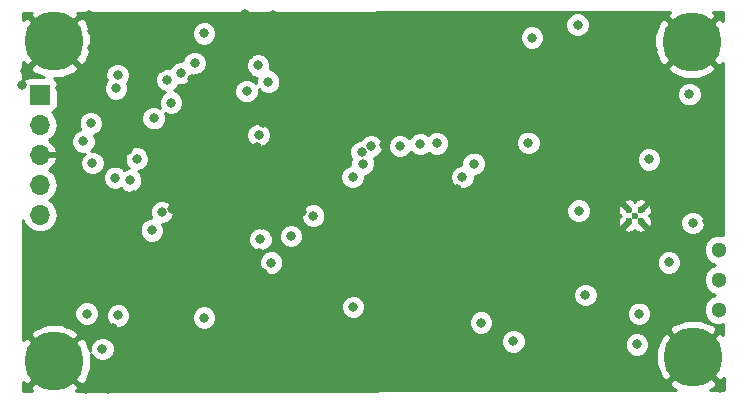
<source format=gbr>
%TF.GenerationSoftware,KiCad,Pcbnew,(5.0.2)-1*%
%TF.CreationDate,2021-04-08T12:32:06+02:00*%
%TF.ProjectId,trackerGPS,74726163-6b65-4724-9750-532e6b696361,rev?*%
%TF.SameCoordinates,Original*%
%TF.FileFunction,Copper,L2,Inr*%
%TF.FilePolarity,Positive*%
%FSLAX46Y46*%
G04 Gerber Fmt 4.6, Leading zero omitted, Abs format (unit mm)*
G04 Created by KiCad (PCBNEW (5.0.2)-1) date 08/04/2021 12:32:06*
%MOMM*%
%LPD*%
G01*
G04 APERTURE LIST*
%ADD10C,1.300000*%
%ADD11C,0.800000*%
%ADD12C,5.000000*%
%ADD13C,0.600000*%
%ADD14R,1.700000X1.700000*%
%ADD15O,1.700000X1.700000*%
%ADD16C,0.254000*%
G04 APERTURE END LIST*
D10*
X158450280Y-85791040D03*
X158450280Y-83251040D03*
X158450280Y-88331040D03*
D11*
X157586625Y-90977775D03*
X156260800Y-90428600D03*
X154934975Y-90977775D03*
X154385800Y-92303600D03*
X154934975Y-93629425D03*
X156260800Y-94178600D03*
X157586625Y-93629425D03*
X158135800Y-92303600D03*
D12*
X156260800Y-92303600D03*
X156133800Y-65659000D03*
D11*
X154258800Y-65659000D03*
X154807975Y-64333175D03*
X156133800Y-63784000D03*
X157459625Y-64333175D03*
X158008800Y-65659000D03*
X157459625Y-66984825D03*
X156133800Y-67534000D03*
X154807975Y-66984825D03*
X103510025Y-64282375D03*
X102184200Y-63733200D03*
X100858375Y-64282375D03*
X100309200Y-65608200D03*
X100858375Y-66934025D03*
X102184200Y-67483200D03*
X103510025Y-66934025D03*
X104059200Y-65608200D03*
D12*
X102184200Y-65608200D03*
X102184200Y-92659200D03*
D11*
X104059200Y-92659200D03*
X103510025Y-93985025D03*
X102184200Y-94534200D03*
X100858375Y-93985025D03*
X100309200Y-92659200D03*
X100858375Y-91333375D03*
X102184200Y-90784200D03*
X103510025Y-91333375D03*
D13*
X151331400Y-80353600D03*
X150831400Y-79853600D03*
X151831400Y-79853600D03*
X151831400Y-80853600D03*
X150831400Y-80853600D03*
D14*
X100965000Y-70129400D03*
D15*
X100965000Y-72669400D03*
X100965000Y-75209400D03*
X100965000Y-77749400D03*
X100965000Y-80289400D03*
D11*
X111294753Y-80043447D03*
X120548400Y-84330775D03*
X133172200Y-74295000D03*
X144297400Y-72440800D03*
X148513800Y-72618600D03*
X150622000Y-72517000D03*
X156006800Y-77063600D03*
X157302200Y-77597000D03*
X105689400Y-82346800D03*
X103759000Y-80568800D03*
X144424400Y-75006200D03*
X135077200Y-66624200D03*
X134645400Y-67538600D03*
X133604000Y-67919600D03*
X136296400Y-78079600D03*
X119888000Y-88519000D03*
X119888000Y-86334600D03*
X119811800Y-85217000D03*
X113309400Y-82499200D03*
X108940600Y-78613000D03*
X122072400Y-89966800D03*
X122174000Y-63779400D03*
X142290800Y-70205600D03*
X145110200Y-64363600D03*
X140208000Y-64643000D03*
X130657600Y-84201000D03*
X133807200Y-88341200D03*
X133578600Y-89408000D03*
X139090400Y-88112600D03*
X121818400Y-70358000D03*
X118592600Y-68554600D03*
X121589802Y-66268600D03*
X113563400Y-65760600D03*
X105410000Y-79070200D03*
X106781600Y-82397600D03*
X129946400Y-68605400D03*
X131318000Y-68453000D03*
X119507000Y-83489800D03*
X116357400Y-83820000D03*
X129565400Y-84023200D03*
X120548400Y-74472800D03*
X123113800Y-80060800D03*
X124333000Y-75920600D03*
X113868200Y-68757800D03*
X119786400Y-81178400D03*
X118364000Y-63296800D03*
X120675400Y-63347600D03*
X118643400Y-66725800D03*
X119380000Y-74574400D03*
X149352000Y-83007200D03*
X148005800Y-84074000D03*
X150418800Y-82829400D03*
X149580600Y-81864200D03*
X152450800Y-82804000D03*
X150799800Y-77698600D03*
X102666800Y-69570600D03*
X111218903Y-67893324D03*
X108458000Y-74803000D03*
X109245400Y-84302600D03*
X112191800Y-87731600D03*
X107365800Y-92430600D03*
X156108400Y-83007208D03*
X125780800Y-86931500D03*
X99999800Y-82943700D03*
X101498400Y-82943700D03*
X100025200Y-85750400D03*
X100025200Y-88582500D03*
X100025200Y-90131900D03*
X101409500Y-85420200D03*
X101346000Y-87376000D03*
X101358700Y-89065100D03*
X104825800Y-95008700D03*
X106705400Y-95008700D03*
X105752900Y-93802200D03*
X117360700Y-93497400D03*
X117322600Y-91452700D03*
X116255800Y-89954100D03*
X139242800Y-94284800D03*
X141808198Y-94297500D03*
X144068800Y-93154500D03*
X144056100Y-90957400D03*
X144627600Y-88671400D03*
X141973300Y-92481400D03*
X144589500Y-86487000D03*
X144627600Y-83019900D03*
X143687800Y-84594700D03*
X128046480Y-83911440D03*
X121729500Y-88214200D03*
X123728480Y-82235040D03*
X126860300Y-85686900D03*
X156083000Y-75717400D03*
X119697500Y-90868500D03*
X119888000Y-93548200D03*
X123355100Y-88887300D03*
X126733300Y-89535000D03*
X127876300Y-91160600D03*
X128549400Y-93535500D03*
X130340100Y-93510100D03*
X135559800Y-94576900D03*
X137401300Y-94640400D03*
X138391900Y-92976700D03*
X140423900Y-93243400D03*
X143992600Y-94792800D03*
X107175300Y-89865200D03*
X109715300Y-89408000D03*
X110566200Y-90360500D03*
X153670000Y-94856300D03*
X158559500Y-94970600D03*
X143459200Y-80987900D03*
X145034000Y-81051400D03*
X147840700Y-79514700D03*
X149504400Y-63538100D03*
X151472900Y-63538100D03*
X153238200Y-63538100D03*
X149504400Y-65087500D03*
X151434800Y-65138300D03*
X152869900Y-64770000D03*
X152869900Y-66294000D03*
X149453600Y-66459100D03*
X150774400Y-66522600D03*
X151879300Y-67297300D03*
X151879300Y-67297300D03*
X158389320Y-68732400D03*
X154289760Y-68742560D03*
X150474680Y-69646800D03*
X153085800Y-69596000D03*
X151841200Y-68630800D03*
X155244800Y-72156320D03*
X158582360Y-77459840D03*
X158546800Y-80416400D03*
X157480000Y-80812640D03*
X103271320Y-89514680D03*
X118165880Y-89951560D03*
X142636240Y-90464640D03*
X129499360Y-89677240D03*
X127721360Y-82224880D03*
X138861800Y-71313040D03*
X138821160Y-73690480D03*
X137297160Y-74696320D03*
X125689360Y-82042000D03*
X132527040Y-80213200D03*
X148112480Y-71043800D03*
X150098760Y-70962520D03*
X152222200Y-70962520D03*
X153949400Y-71348600D03*
X153085800Y-73146920D03*
X153014680Y-74381360D03*
X105079800Y-63383160D03*
X105374440Y-64759840D03*
X105384600Y-66192400D03*
X99725480Y-68107560D03*
X99486720Y-69336920D03*
X119776240Y-65105280D03*
X110398560Y-75173840D03*
X107149909Y-73980040D03*
X112181470Y-79781400D03*
X148396960Y-91902280D03*
X147005040Y-92176600D03*
X146979640Y-90048080D03*
X148666200Y-90124280D03*
X149971760Y-91160600D03*
X137627360Y-67243960D03*
X143824960Y-63672720D03*
X142290800Y-71927720D03*
X138760200Y-82656680D03*
X133593840Y-84521040D03*
X128391920Y-86248240D03*
X125912880Y-84129880D03*
X123525280Y-85567520D03*
X121579640Y-85658960D03*
X140589000Y-74701400D03*
X139268200Y-66629280D03*
X137581640Y-64632840D03*
X135011160Y-64927480D03*
X132648960Y-78861920D03*
X133177280Y-77403960D03*
X130093720Y-74355960D03*
X135082280Y-78719680D03*
X135087360Y-81153000D03*
X102803960Y-74604880D03*
X119506999Y-79578200D03*
X119816880Y-72491600D03*
X128463040Y-72710210D03*
X113253520Y-87589360D03*
X113223040Y-85765800D03*
X111282480Y-86685120D03*
X113207800Y-83540600D03*
X111958120Y-83591400D03*
X119999760Y-77541120D03*
X128295400Y-75971400D03*
X137693400Y-75971400D03*
X122224800Y-82092800D03*
X134569200Y-74244200D03*
X128198453Y-74960053D03*
X124104400Y-80365600D03*
X109169200Y-75539600D03*
X114858800Y-64922400D03*
X104639000Y-74079100D03*
X105410000Y-75907900D03*
X111760000Y-68859400D03*
X119430800Y-67640200D03*
X131445000Y-74472800D03*
X112064802Y-70789798D03*
X110439200Y-81610200D03*
X107581700Y-88811100D03*
X119481600Y-73533000D03*
X108610400Y-77368400D03*
X118460947Y-69819947D03*
X120294400Y-69011800D03*
X147157440Y-87081360D03*
X146481800Y-64185800D03*
X142621000Y-65278000D03*
X152527000Y-75590400D03*
X146583400Y-79933800D03*
X107538520Y-68453000D03*
X142316200Y-74193400D03*
X110591600Y-72110600D03*
X127431800Y-77089000D03*
X136728200Y-77089000D03*
X129001520Y-74472800D03*
X112941100Y-68287900D03*
X156235400Y-80975200D03*
X151688800Y-88671400D03*
X141046200Y-91008200D03*
X138303000Y-89408000D03*
X114858800Y-89001600D03*
X127482600Y-88087200D03*
X107327700Y-77152500D03*
X155956000Y-70078600D03*
X154208480Y-84322920D03*
X114071400Y-67437000D03*
X106248200Y-91643200D03*
X119634000Y-82346800D03*
X104927400Y-88646000D03*
X105270300Y-72522080D03*
X107396280Y-69585840D03*
X151495760Y-91267280D03*
D16*
G36*
X158780458Y-63876486D02*
X158369680Y-63602725D01*
X156313405Y-65659000D01*
X158369680Y-67715275D01*
X158788560Y-67436114D01*
X158821742Y-82014030D01*
X158705882Y-81966040D01*
X158194678Y-81966040D01*
X157722386Y-82161669D01*
X157360909Y-82523146D01*
X157165280Y-82995438D01*
X157165280Y-83506642D01*
X157360909Y-83978934D01*
X157722386Y-84340411D01*
X158158465Y-84521040D01*
X157722386Y-84701669D01*
X157360909Y-85063146D01*
X157165280Y-85535438D01*
X157165280Y-86046642D01*
X157360909Y-86518934D01*
X157722386Y-86880411D01*
X158158465Y-87061040D01*
X157722386Y-87241669D01*
X157360909Y-87603146D01*
X157165280Y-88075438D01*
X157165280Y-88586642D01*
X157360909Y-89058934D01*
X157722386Y-89420411D01*
X158194678Y-89616040D01*
X158705882Y-89616040D01*
X158838919Y-89560934D01*
X158841004Y-90476798D01*
X158496680Y-90247325D01*
X156440405Y-92303600D01*
X158496680Y-94359875D01*
X158849308Y-94124868D01*
X158851528Y-95100123D01*
X157698827Y-95101568D01*
X158035379Y-94962164D01*
X158317075Y-94539480D01*
X156260800Y-92483205D01*
X154204525Y-94539480D01*
X154486221Y-94962164D01*
X154831912Y-95105162D01*
X104058045Y-95168816D01*
X104240475Y-94895080D01*
X102184200Y-92838805D01*
X100127925Y-94895080D01*
X100313484Y-95173510D01*
X99541000Y-95174479D01*
X99541000Y-94444018D01*
X99948320Y-94715475D01*
X102004595Y-92659200D01*
X102363805Y-92659200D01*
X104420080Y-94715475D01*
X104842764Y-94433779D01*
X105319494Y-93281308D01*
X105318938Y-92104349D01*
X105370769Y-92229480D01*
X105661920Y-92520631D01*
X106042326Y-92678200D01*
X106454074Y-92678200D01*
X106834480Y-92520631D01*
X107125631Y-92229480D01*
X107283200Y-91849074D01*
X107283200Y-91437326D01*
X107125631Y-91056920D01*
X106871037Y-90802326D01*
X140011200Y-90802326D01*
X140011200Y-91214074D01*
X140168769Y-91594480D01*
X140459920Y-91885631D01*
X140840326Y-92043200D01*
X141252074Y-92043200D01*
X141632480Y-91885631D01*
X141923631Y-91594480D01*
X142081200Y-91214074D01*
X142081200Y-91061406D01*
X150460760Y-91061406D01*
X150460760Y-91473154D01*
X150618329Y-91853560D01*
X150909480Y-92144711D01*
X151289886Y-92302280D01*
X151701634Y-92302280D01*
X152082040Y-92144711D01*
X152373191Y-91853560D01*
X152444463Y-91681492D01*
X153125506Y-91681492D01*
X153126095Y-92928672D01*
X153602236Y-94078179D01*
X154024920Y-94359875D01*
X156081195Y-92303600D01*
X154024920Y-90247325D01*
X153602236Y-90529021D01*
X153125506Y-91681492D01*
X152444463Y-91681492D01*
X152530760Y-91473154D01*
X152530760Y-91061406D01*
X152373191Y-90681000D01*
X152082040Y-90389849D01*
X151701634Y-90232280D01*
X151289886Y-90232280D01*
X150909480Y-90389849D01*
X150618329Y-90681000D01*
X150460760Y-91061406D01*
X142081200Y-91061406D01*
X142081200Y-90802326D01*
X141923631Y-90421920D01*
X141632480Y-90130769D01*
X141480266Y-90067720D01*
X154204525Y-90067720D01*
X156260800Y-92123995D01*
X158317075Y-90067720D01*
X158035379Y-89645036D01*
X156882908Y-89168306D01*
X155635728Y-89168895D01*
X154486221Y-89645036D01*
X154204525Y-90067720D01*
X141480266Y-90067720D01*
X141252074Y-89973200D01*
X140840326Y-89973200D01*
X140459920Y-90130769D01*
X140168769Y-90421920D01*
X140011200Y-90802326D01*
X106871037Y-90802326D01*
X106834480Y-90765769D01*
X106454074Y-90608200D01*
X106042326Y-90608200D01*
X105661920Y-90765769D01*
X105370769Y-91056920D01*
X105213200Y-91437326D01*
X105213200Y-91778933D01*
X104842764Y-90884621D01*
X104420080Y-90602925D01*
X102363805Y-92659200D01*
X102004595Y-92659200D01*
X99948320Y-90602925D01*
X99541000Y-90874382D01*
X99541000Y-90423320D01*
X100127925Y-90423320D01*
X102184200Y-92479595D01*
X104240475Y-90423320D01*
X103958779Y-90000636D01*
X102806308Y-89523906D01*
X101559128Y-89524495D01*
X100409621Y-90000636D01*
X100127925Y-90423320D01*
X99541000Y-90423320D01*
X99541000Y-88440126D01*
X103892400Y-88440126D01*
X103892400Y-88851874D01*
X104049969Y-89232280D01*
X104341120Y-89523431D01*
X104721526Y-89681000D01*
X105133274Y-89681000D01*
X105513680Y-89523431D01*
X105804831Y-89232280D01*
X105962400Y-88851874D01*
X105962400Y-88605226D01*
X106546700Y-88605226D01*
X106546700Y-89016974D01*
X106704269Y-89397380D01*
X106995420Y-89688531D01*
X107375826Y-89846100D01*
X107787574Y-89846100D01*
X108167980Y-89688531D01*
X108459131Y-89397380D01*
X108616700Y-89016974D01*
X108616700Y-88795726D01*
X113823800Y-88795726D01*
X113823800Y-89207474D01*
X113981369Y-89587880D01*
X114272520Y-89879031D01*
X114652926Y-90036600D01*
X115064674Y-90036600D01*
X115445080Y-89879031D01*
X115736231Y-89587880D01*
X115893800Y-89207474D01*
X115893800Y-89202126D01*
X137268000Y-89202126D01*
X137268000Y-89613874D01*
X137425569Y-89994280D01*
X137716720Y-90285431D01*
X138097126Y-90443000D01*
X138508874Y-90443000D01*
X138889280Y-90285431D01*
X139180431Y-89994280D01*
X139338000Y-89613874D01*
X139338000Y-89202126D01*
X139180431Y-88821720D01*
X138889280Y-88530569D01*
X138732252Y-88465526D01*
X150653800Y-88465526D01*
X150653800Y-88877274D01*
X150811369Y-89257680D01*
X151102520Y-89548831D01*
X151482926Y-89706400D01*
X151894674Y-89706400D01*
X152275080Y-89548831D01*
X152566231Y-89257680D01*
X152723800Y-88877274D01*
X152723800Y-88465526D01*
X152566231Y-88085120D01*
X152275080Y-87793969D01*
X151894674Y-87636400D01*
X151482926Y-87636400D01*
X151102520Y-87793969D01*
X150811369Y-88085120D01*
X150653800Y-88465526D01*
X138732252Y-88465526D01*
X138508874Y-88373000D01*
X138097126Y-88373000D01*
X137716720Y-88530569D01*
X137425569Y-88821720D01*
X137268000Y-89202126D01*
X115893800Y-89202126D01*
X115893800Y-88795726D01*
X115736231Y-88415320D01*
X115445080Y-88124169D01*
X115064674Y-87966600D01*
X114652926Y-87966600D01*
X114272520Y-88124169D01*
X113981369Y-88415320D01*
X113823800Y-88795726D01*
X108616700Y-88795726D01*
X108616700Y-88605226D01*
X108459131Y-88224820D01*
X108167980Y-87933669D01*
X108041613Y-87881326D01*
X126447600Y-87881326D01*
X126447600Y-88293074D01*
X126605169Y-88673480D01*
X126896320Y-88964631D01*
X127276726Y-89122200D01*
X127688474Y-89122200D01*
X128068880Y-88964631D01*
X128360031Y-88673480D01*
X128517600Y-88293074D01*
X128517600Y-87881326D01*
X128360031Y-87500920D01*
X128068880Y-87209769D01*
X127688474Y-87052200D01*
X127276726Y-87052200D01*
X126896320Y-87209769D01*
X126605169Y-87500920D01*
X126447600Y-87881326D01*
X108041613Y-87881326D01*
X107787574Y-87776100D01*
X107375826Y-87776100D01*
X106995420Y-87933669D01*
X106704269Y-88224820D01*
X106546700Y-88605226D01*
X105962400Y-88605226D01*
X105962400Y-88440126D01*
X105804831Y-88059720D01*
X105513680Y-87768569D01*
X105133274Y-87611000D01*
X104721526Y-87611000D01*
X104341120Y-87768569D01*
X104049969Y-88059720D01*
X103892400Y-88440126D01*
X99541000Y-88440126D01*
X99541000Y-86875486D01*
X146122440Y-86875486D01*
X146122440Y-87287234D01*
X146280009Y-87667640D01*
X146571160Y-87958791D01*
X146951566Y-88116360D01*
X147363314Y-88116360D01*
X147743720Y-87958791D01*
X148034871Y-87667640D01*
X148192440Y-87287234D01*
X148192440Y-86875486D01*
X148034871Y-86495080D01*
X147743720Y-86203929D01*
X147363314Y-86046360D01*
X146951566Y-86046360D01*
X146571160Y-86203929D01*
X146280009Y-86495080D01*
X146122440Y-86875486D01*
X99541000Y-86875486D01*
X99541000Y-84124901D01*
X119513400Y-84124901D01*
X119513400Y-84536649D01*
X119670969Y-84917055D01*
X119962120Y-85208206D01*
X120342526Y-85365775D01*
X120754274Y-85365775D01*
X121134680Y-85208206D01*
X121425831Y-84917055D01*
X121583400Y-84536649D01*
X121583400Y-84124901D01*
X121580147Y-84117046D01*
X153173480Y-84117046D01*
X153173480Y-84528794D01*
X153331049Y-84909200D01*
X153622200Y-85200351D01*
X154002606Y-85357920D01*
X154414354Y-85357920D01*
X154794760Y-85200351D01*
X155085911Y-84909200D01*
X155243480Y-84528794D01*
X155243480Y-84117046D01*
X155085911Y-83736640D01*
X154794760Y-83445489D01*
X154414354Y-83287920D01*
X154002606Y-83287920D01*
X153622200Y-83445489D01*
X153331049Y-83736640D01*
X153173480Y-84117046D01*
X121580147Y-84117046D01*
X121425831Y-83744495D01*
X121134680Y-83453344D01*
X120754274Y-83295775D01*
X120342526Y-83295775D01*
X119962120Y-83453344D01*
X119670969Y-83744495D01*
X119513400Y-84124901D01*
X99541000Y-84124901D01*
X99541000Y-80742325D01*
X99566161Y-80868818D01*
X99894375Y-81360025D01*
X100385582Y-81688239D01*
X100818744Y-81774400D01*
X101111256Y-81774400D01*
X101544418Y-81688239D01*
X101969323Y-81404326D01*
X109404200Y-81404326D01*
X109404200Y-81816074D01*
X109561769Y-82196480D01*
X109852920Y-82487631D01*
X110233326Y-82645200D01*
X110645074Y-82645200D01*
X111025480Y-82487631D01*
X111316631Y-82196480D01*
X111339642Y-82140926D01*
X118599000Y-82140926D01*
X118599000Y-82552674D01*
X118756569Y-82933080D01*
X119047720Y-83224231D01*
X119428126Y-83381800D01*
X119839874Y-83381800D01*
X120220280Y-83224231D01*
X120511431Y-82933080D01*
X120669000Y-82552674D01*
X120669000Y-82140926D01*
X120563790Y-81886926D01*
X121189800Y-81886926D01*
X121189800Y-82298674D01*
X121347369Y-82679080D01*
X121638520Y-82970231D01*
X122018926Y-83127800D01*
X122430674Y-83127800D01*
X122811080Y-82970231D01*
X123102231Y-82679080D01*
X123259800Y-82298674D01*
X123259800Y-81886926D01*
X123102231Y-81506520D01*
X122811080Y-81215369D01*
X122430674Y-81057800D01*
X122018926Y-81057800D01*
X121638520Y-81215369D01*
X121347369Y-81506520D01*
X121189800Y-81886926D01*
X120563790Y-81886926D01*
X120511431Y-81760520D01*
X120220280Y-81469369D01*
X119839874Y-81311800D01*
X119428126Y-81311800D01*
X119047720Y-81469369D01*
X118756569Y-81760520D01*
X118599000Y-82140926D01*
X111339642Y-82140926D01*
X111474200Y-81816074D01*
X111474200Y-81404326D01*
X111339217Y-81078447D01*
X111500627Y-81078447D01*
X111881033Y-80920878D01*
X112172184Y-80629727D01*
X112329753Y-80249321D01*
X112329753Y-80159726D01*
X123069400Y-80159726D01*
X123069400Y-80571474D01*
X123226969Y-80951880D01*
X123518120Y-81243031D01*
X123898526Y-81400600D01*
X124310274Y-81400600D01*
X124690680Y-81243031D01*
X124981831Y-80951880D01*
X125139400Y-80571474D01*
X125139400Y-80159726D01*
X124981831Y-79779320D01*
X124930437Y-79727926D01*
X145548400Y-79727926D01*
X145548400Y-80139674D01*
X145705969Y-80520080D01*
X145997120Y-80811231D01*
X146377526Y-80968800D01*
X146789274Y-80968800D01*
X147169680Y-80811231D01*
X147460831Y-80520080D01*
X147618400Y-80139674D01*
X147618400Y-79756527D01*
X149883037Y-79756527D01*
X149918078Y-80126839D01*
X149992375Y-80306207D01*
X150111900Y-80313708D01*
X150151792Y-80353600D01*
X150111900Y-80393492D01*
X149992375Y-80400993D01*
X149883037Y-80756527D01*
X149918078Y-81126839D01*
X149992375Y-81306207D01*
X150186976Y-81318419D01*
X150651795Y-80853600D01*
X150637653Y-80839458D01*
X150660361Y-80816749D01*
X150686976Y-80818419D01*
X150710699Y-80794696D01*
X150734327Y-80801963D01*
X150885979Y-80787613D01*
X150902491Y-80962114D01*
X150866581Y-80998024D01*
X150868251Y-81024639D01*
X150845543Y-81047348D01*
X150831400Y-81033205D01*
X150366581Y-81498024D01*
X150378793Y-81692625D01*
X150734327Y-81801963D01*
X151104639Y-81766922D01*
X151284007Y-81692625D01*
X151291508Y-81573100D01*
X151331400Y-81533208D01*
X151371292Y-81573100D01*
X151378793Y-81692625D01*
X151734327Y-81801963D01*
X152104639Y-81766922D01*
X152284007Y-81692625D01*
X152296219Y-81498024D01*
X151831400Y-81033205D01*
X151817258Y-81047348D01*
X151794549Y-81024639D01*
X151796219Y-80998024D01*
X151772496Y-80974301D01*
X151779763Y-80950673D01*
X151765413Y-80799021D01*
X151939914Y-80782509D01*
X151975824Y-80818419D01*
X152002439Y-80816749D01*
X152025148Y-80839458D01*
X152011005Y-80853600D01*
X152475824Y-81318419D01*
X152670425Y-81306207D01*
X152779763Y-80950673D01*
X152762603Y-80769326D01*
X155200400Y-80769326D01*
X155200400Y-81181074D01*
X155357969Y-81561480D01*
X155649120Y-81852631D01*
X156029526Y-82010200D01*
X156441274Y-82010200D01*
X156821680Y-81852631D01*
X157112831Y-81561480D01*
X157270400Y-81181074D01*
X157270400Y-80769326D01*
X157112831Y-80388920D01*
X156821680Y-80097769D01*
X156441274Y-79940200D01*
X156029526Y-79940200D01*
X155649120Y-80097769D01*
X155357969Y-80388920D01*
X155200400Y-80769326D01*
X152762603Y-80769326D01*
X152744722Y-80580361D01*
X152670425Y-80400993D01*
X152550900Y-80393492D01*
X152511008Y-80353600D01*
X152550900Y-80313708D01*
X152670425Y-80306207D01*
X152779763Y-79950673D01*
X152744722Y-79580361D01*
X152670425Y-79400993D01*
X152475824Y-79388781D01*
X152011005Y-79853600D01*
X152025148Y-79867743D01*
X152002439Y-79890451D01*
X151975824Y-79888781D01*
X151952101Y-79912504D01*
X151928473Y-79905237D01*
X151776821Y-79919587D01*
X151760309Y-79745086D01*
X151796219Y-79709176D01*
X151794549Y-79682561D01*
X151817258Y-79659853D01*
X151831400Y-79673995D01*
X152296219Y-79209176D01*
X152284007Y-79014575D01*
X151928473Y-78905237D01*
X151558161Y-78940278D01*
X151378793Y-79014575D01*
X151371292Y-79134100D01*
X151331400Y-79173992D01*
X151291508Y-79134100D01*
X151284007Y-79014575D01*
X150928473Y-78905237D01*
X150558161Y-78940278D01*
X150378793Y-79014575D01*
X150366581Y-79209176D01*
X150831400Y-79673995D01*
X150845543Y-79659853D01*
X150868251Y-79682561D01*
X150866581Y-79709176D01*
X150890304Y-79732899D01*
X150883037Y-79756527D01*
X150897387Y-79908179D01*
X150722886Y-79924691D01*
X150686976Y-79888781D01*
X150660361Y-79890451D01*
X150637653Y-79867743D01*
X150651795Y-79853600D01*
X150186976Y-79388781D01*
X149992375Y-79400993D01*
X149883037Y-79756527D01*
X147618400Y-79756527D01*
X147618400Y-79727926D01*
X147460831Y-79347520D01*
X147169680Y-79056369D01*
X146789274Y-78898800D01*
X146377526Y-78898800D01*
X145997120Y-79056369D01*
X145705969Y-79347520D01*
X145548400Y-79727926D01*
X124930437Y-79727926D01*
X124690680Y-79488169D01*
X124310274Y-79330600D01*
X123898526Y-79330600D01*
X123518120Y-79488169D01*
X123226969Y-79779320D01*
X123069400Y-80159726D01*
X112329753Y-80159726D01*
X112329753Y-79837573D01*
X112172184Y-79457167D01*
X111881033Y-79166016D01*
X111500627Y-79008447D01*
X111088879Y-79008447D01*
X110708473Y-79166016D01*
X110417322Y-79457167D01*
X110259753Y-79837573D01*
X110259753Y-80249321D01*
X110394736Y-80575200D01*
X110233326Y-80575200D01*
X109852920Y-80732769D01*
X109561769Y-81023920D01*
X109404200Y-81404326D01*
X101969323Y-81404326D01*
X102035625Y-81360025D01*
X102363839Y-80868818D01*
X102479092Y-80289400D01*
X102363839Y-79709982D01*
X102035625Y-79218775D01*
X101737239Y-79019400D01*
X102035625Y-78820025D01*
X102363839Y-78328818D01*
X102479092Y-77749400D01*
X102363839Y-77169982D01*
X102214598Y-76946626D01*
X106292700Y-76946626D01*
X106292700Y-77358374D01*
X106450269Y-77738780D01*
X106741420Y-78029931D01*
X107121826Y-78187500D01*
X107533574Y-78187500D01*
X107839196Y-78060907D01*
X108024120Y-78245831D01*
X108404526Y-78403400D01*
X108816274Y-78403400D01*
X109196680Y-78245831D01*
X109487831Y-77954680D01*
X109645400Y-77574274D01*
X109645400Y-77162526D01*
X109529669Y-76883126D01*
X126396800Y-76883126D01*
X126396800Y-77294874D01*
X126554369Y-77675280D01*
X126845520Y-77966431D01*
X127225926Y-78124000D01*
X127637674Y-78124000D01*
X128018080Y-77966431D01*
X128309231Y-77675280D01*
X128466800Y-77294874D01*
X128466800Y-77006400D01*
X128501274Y-77006400D01*
X128798884Y-76883126D01*
X135693200Y-76883126D01*
X135693200Y-77294874D01*
X135850769Y-77675280D01*
X136141920Y-77966431D01*
X136522326Y-78124000D01*
X136934074Y-78124000D01*
X137314480Y-77966431D01*
X137605631Y-77675280D01*
X137763200Y-77294874D01*
X137763200Y-77006400D01*
X137899274Y-77006400D01*
X138279680Y-76848831D01*
X138570831Y-76557680D01*
X138728400Y-76177274D01*
X138728400Y-75765526D01*
X138570831Y-75385120D01*
X138570237Y-75384526D01*
X151492000Y-75384526D01*
X151492000Y-75796274D01*
X151649569Y-76176680D01*
X151940720Y-76467831D01*
X152321126Y-76625400D01*
X152732874Y-76625400D01*
X153113280Y-76467831D01*
X153404431Y-76176680D01*
X153562000Y-75796274D01*
X153562000Y-75384526D01*
X153404431Y-75004120D01*
X153113280Y-74712969D01*
X152732874Y-74555400D01*
X152321126Y-74555400D01*
X151940720Y-74712969D01*
X151649569Y-75004120D01*
X151492000Y-75384526D01*
X138570237Y-75384526D01*
X138279680Y-75093969D01*
X137899274Y-74936400D01*
X137487526Y-74936400D01*
X137107120Y-75093969D01*
X136815969Y-75385120D01*
X136658400Y-75765526D01*
X136658400Y-76054000D01*
X136522326Y-76054000D01*
X136141920Y-76211569D01*
X135850769Y-76502720D01*
X135693200Y-76883126D01*
X128798884Y-76883126D01*
X128881680Y-76848831D01*
X129172831Y-76557680D01*
X129330400Y-76177274D01*
X129330400Y-75765526D01*
X129221266Y-75502054D01*
X129587800Y-75350231D01*
X129878951Y-75059080D01*
X130036520Y-74678674D01*
X130036520Y-74266926D01*
X130410000Y-74266926D01*
X130410000Y-74678674D01*
X130567569Y-75059080D01*
X130858720Y-75350231D01*
X131239126Y-75507800D01*
X131650874Y-75507800D01*
X132031280Y-75350231D01*
X132322431Y-75059080D01*
X132366405Y-74952916D01*
X132585920Y-75172431D01*
X132966326Y-75330000D01*
X133378074Y-75330000D01*
X133758480Y-75172431D01*
X133896100Y-75034811D01*
X133982920Y-75121631D01*
X134363326Y-75279200D01*
X134775074Y-75279200D01*
X135155480Y-75121631D01*
X135446631Y-74830480D01*
X135604200Y-74450074D01*
X135604200Y-74038326D01*
X135583158Y-73987526D01*
X141281200Y-73987526D01*
X141281200Y-74399274D01*
X141438769Y-74779680D01*
X141729920Y-75070831D01*
X142110326Y-75228400D01*
X142522074Y-75228400D01*
X142902480Y-75070831D01*
X143193631Y-74779680D01*
X143351200Y-74399274D01*
X143351200Y-73987526D01*
X143193631Y-73607120D01*
X142902480Y-73315969D01*
X142522074Y-73158400D01*
X142110326Y-73158400D01*
X141729920Y-73315969D01*
X141438769Y-73607120D01*
X141281200Y-73987526D01*
X135583158Y-73987526D01*
X135446631Y-73657920D01*
X135155480Y-73366769D01*
X134775074Y-73209200D01*
X134363326Y-73209200D01*
X133982920Y-73366769D01*
X133845300Y-73504389D01*
X133758480Y-73417569D01*
X133378074Y-73260000D01*
X132966326Y-73260000D01*
X132585920Y-73417569D01*
X132294769Y-73708720D01*
X132250795Y-73814884D01*
X132031280Y-73595369D01*
X131650874Y-73437800D01*
X131239126Y-73437800D01*
X130858720Y-73595369D01*
X130567569Y-73886520D01*
X130410000Y-74266926D01*
X130036520Y-74266926D01*
X129878951Y-73886520D01*
X129587800Y-73595369D01*
X129207394Y-73437800D01*
X128795646Y-73437800D01*
X128415240Y-73595369D01*
X128124089Y-73886520D01*
X128108128Y-73925053D01*
X127992579Y-73925053D01*
X127612173Y-74082622D01*
X127321022Y-74373773D01*
X127163453Y-74754179D01*
X127163453Y-75165927D01*
X127321022Y-75546333D01*
X127342356Y-75567667D01*
X127260400Y-75765526D01*
X127260400Y-76054000D01*
X127225926Y-76054000D01*
X126845520Y-76211569D01*
X126554369Y-76502720D01*
X126396800Y-76883126D01*
X109529669Y-76883126D01*
X109487831Y-76782120D01*
X109280311Y-76574600D01*
X109375074Y-76574600D01*
X109755480Y-76417031D01*
X110046631Y-76125880D01*
X110204200Y-75745474D01*
X110204200Y-75333726D01*
X110046631Y-74953320D01*
X109755480Y-74662169D01*
X109375074Y-74504600D01*
X108963326Y-74504600D01*
X108582920Y-74662169D01*
X108291769Y-74953320D01*
X108134200Y-75333726D01*
X108134200Y-75745474D01*
X108291769Y-76125880D01*
X108499289Y-76333400D01*
X108404526Y-76333400D01*
X108098904Y-76459993D01*
X107913980Y-76275069D01*
X107533574Y-76117500D01*
X107121826Y-76117500D01*
X106741420Y-76275069D01*
X106450269Y-76566220D01*
X106292700Y-76946626D01*
X102214598Y-76946626D01*
X102035625Y-76678775D01*
X101716522Y-76465557D01*
X101846358Y-76404583D01*
X102236645Y-75976324D01*
X102406476Y-75566290D01*
X102285155Y-75336400D01*
X101092000Y-75336400D01*
X101092000Y-75356400D01*
X100838000Y-75356400D01*
X100838000Y-75336400D01*
X100818000Y-75336400D01*
X100818000Y-75082400D01*
X100838000Y-75082400D01*
X100838000Y-75062400D01*
X101092000Y-75062400D01*
X101092000Y-75082400D01*
X102285155Y-75082400D01*
X102406476Y-74852510D01*
X102236645Y-74442476D01*
X101846358Y-74014217D01*
X101716522Y-73953243D01*
X101836275Y-73873226D01*
X103604000Y-73873226D01*
X103604000Y-74284974D01*
X103761569Y-74665380D01*
X104052720Y-74956531D01*
X104433126Y-75114100D01*
X104740089Y-75114100D01*
X104532569Y-75321620D01*
X104375000Y-75702026D01*
X104375000Y-76113774D01*
X104532569Y-76494180D01*
X104823720Y-76785331D01*
X105204126Y-76942900D01*
X105615874Y-76942900D01*
X105996280Y-76785331D01*
X106287431Y-76494180D01*
X106445000Y-76113774D01*
X106445000Y-75702026D01*
X106287431Y-75321620D01*
X105996280Y-75030469D01*
X105615874Y-74872900D01*
X105308911Y-74872900D01*
X105516431Y-74665380D01*
X105674000Y-74284974D01*
X105674000Y-73873226D01*
X105533255Y-73533436D01*
X105856580Y-73399511D01*
X105928965Y-73327126D01*
X118446600Y-73327126D01*
X118446600Y-73738874D01*
X118604169Y-74119280D01*
X118895320Y-74410431D01*
X119275726Y-74568000D01*
X119687474Y-74568000D01*
X120067880Y-74410431D01*
X120359031Y-74119280D01*
X120516600Y-73738874D01*
X120516600Y-73327126D01*
X120359031Y-72946720D01*
X120067880Y-72655569D01*
X119687474Y-72498000D01*
X119275726Y-72498000D01*
X118895320Y-72655569D01*
X118604169Y-72946720D01*
X118446600Y-73327126D01*
X105928965Y-73327126D01*
X106147731Y-73108360D01*
X106305300Y-72727954D01*
X106305300Y-72316206D01*
X106147731Y-71935800D01*
X106116657Y-71904726D01*
X109556600Y-71904726D01*
X109556600Y-72316474D01*
X109714169Y-72696880D01*
X110005320Y-72988031D01*
X110385726Y-73145600D01*
X110797474Y-73145600D01*
X111177880Y-72988031D01*
X111469031Y-72696880D01*
X111626600Y-72316474D01*
X111626600Y-71904726D01*
X111538520Y-71692081D01*
X111858928Y-71824798D01*
X112270676Y-71824798D01*
X112651082Y-71667229D01*
X112942233Y-71376078D01*
X113099802Y-70995672D01*
X113099802Y-70583924D01*
X112942233Y-70203518D01*
X112651082Y-69912367D01*
X112286790Y-69761473D01*
X112346280Y-69736831D01*
X112469038Y-69614073D01*
X117425947Y-69614073D01*
X117425947Y-70025821D01*
X117583516Y-70406227D01*
X117874667Y-70697378D01*
X118255073Y-70854947D01*
X118666821Y-70854947D01*
X119047227Y-70697378D01*
X119338378Y-70406227D01*
X119495947Y-70025821D01*
X119495947Y-69677058D01*
X119708120Y-69889231D01*
X120088526Y-70046800D01*
X120500274Y-70046800D01*
X120880680Y-69889231D01*
X120897185Y-69872726D01*
X154921000Y-69872726D01*
X154921000Y-70284474D01*
X155078569Y-70664880D01*
X155369720Y-70956031D01*
X155750126Y-71113600D01*
X156161874Y-71113600D01*
X156542280Y-70956031D01*
X156833431Y-70664880D01*
X156991000Y-70284474D01*
X156991000Y-69872726D01*
X156833431Y-69492320D01*
X156542280Y-69201169D01*
X156161874Y-69043600D01*
X155750126Y-69043600D01*
X155369720Y-69201169D01*
X155078569Y-69492320D01*
X154921000Y-69872726D01*
X120897185Y-69872726D01*
X121171831Y-69598080D01*
X121329400Y-69217674D01*
X121329400Y-68805926D01*
X121171831Y-68425520D01*
X120880680Y-68134369D01*
X120500274Y-67976800D01*
X120411652Y-67976800D01*
X120445584Y-67894880D01*
X154077525Y-67894880D01*
X154359221Y-68317564D01*
X155511692Y-68794294D01*
X156758872Y-68793705D01*
X157908379Y-68317564D01*
X158190075Y-67894880D01*
X156133800Y-65838605D01*
X154077525Y-67894880D01*
X120445584Y-67894880D01*
X120465800Y-67846074D01*
X120465800Y-67434326D01*
X120308231Y-67053920D01*
X120017080Y-66762769D01*
X119636674Y-66605200D01*
X119224926Y-66605200D01*
X118844520Y-66762769D01*
X118553369Y-67053920D01*
X118395800Y-67434326D01*
X118395800Y-67846074D01*
X118553369Y-68226480D01*
X118844520Y-68517631D01*
X119224926Y-68675200D01*
X119313548Y-68675200D01*
X119259400Y-68805926D01*
X119259400Y-69154689D01*
X119047227Y-68942516D01*
X118666821Y-68784947D01*
X118255073Y-68784947D01*
X117874667Y-68942516D01*
X117583516Y-69233667D01*
X117425947Y-69614073D01*
X112469038Y-69614073D01*
X112637431Y-69445680D01*
X112695162Y-69306305D01*
X112735226Y-69322900D01*
X113146974Y-69322900D01*
X113527380Y-69165331D01*
X113818531Y-68874180D01*
X113976100Y-68493774D01*
X113976100Y-68472000D01*
X114277274Y-68472000D01*
X114657680Y-68314431D01*
X114948831Y-68023280D01*
X115106400Y-67642874D01*
X115106400Y-67231126D01*
X114948831Y-66850720D01*
X114657680Y-66559569D01*
X114277274Y-66402000D01*
X113865526Y-66402000D01*
X113485120Y-66559569D01*
X113193969Y-66850720D01*
X113036400Y-67231126D01*
X113036400Y-67252900D01*
X112735226Y-67252900D01*
X112354820Y-67410469D01*
X112063669Y-67701620D01*
X112005938Y-67840995D01*
X111965874Y-67824400D01*
X111554126Y-67824400D01*
X111173720Y-67981969D01*
X110882569Y-68273120D01*
X110725000Y-68653526D01*
X110725000Y-69065274D01*
X110882569Y-69445680D01*
X111173720Y-69736831D01*
X111538012Y-69887725D01*
X111478522Y-69912367D01*
X111187371Y-70203518D01*
X111029802Y-70583924D01*
X111029802Y-70995672D01*
X111117882Y-71208317D01*
X110797474Y-71075600D01*
X110385726Y-71075600D01*
X110005320Y-71233169D01*
X109714169Y-71524320D01*
X109556600Y-71904726D01*
X106116657Y-71904726D01*
X105856580Y-71644649D01*
X105476174Y-71487080D01*
X105064426Y-71487080D01*
X104684020Y-71644649D01*
X104392869Y-71935800D01*
X104235300Y-72316206D01*
X104235300Y-72727954D01*
X104376045Y-73067744D01*
X104052720Y-73201669D01*
X103761569Y-73492820D01*
X103604000Y-73873226D01*
X101836275Y-73873226D01*
X102035625Y-73740025D01*
X102363839Y-73248818D01*
X102479092Y-72669400D01*
X102363839Y-72089982D01*
X102035625Y-71598775D01*
X102017381Y-71586584D01*
X102062765Y-71577557D01*
X102272809Y-71437209D01*
X102413157Y-71227165D01*
X102462440Y-70979400D01*
X102462440Y-69379966D01*
X106361280Y-69379966D01*
X106361280Y-69791714D01*
X106518849Y-70172120D01*
X106810000Y-70463271D01*
X107190406Y-70620840D01*
X107602154Y-70620840D01*
X107982560Y-70463271D01*
X108273711Y-70172120D01*
X108431280Y-69791714D01*
X108431280Y-69379966D01*
X108327006Y-69128225D01*
X108415951Y-69039280D01*
X108573520Y-68658874D01*
X108573520Y-68247126D01*
X108415951Y-67866720D01*
X108124800Y-67575569D01*
X107744394Y-67418000D01*
X107332646Y-67418000D01*
X106952240Y-67575569D01*
X106661089Y-67866720D01*
X106503520Y-68247126D01*
X106503520Y-68658874D01*
X106607794Y-68910615D01*
X106518849Y-68999560D01*
X106361280Y-69379966D01*
X102462440Y-69379966D01*
X102462440Y-69279400D01*
X102413157Y-69031635D01*
X102272809Y-68821591D01*
X102155510Y-68743214D01*
X102809272Y-68742905D01*
X103958779Y-68266764D01*
X104240475Y-67844080D01*
X102184200Y-65787805D01*
X100127925Y-67844080D01*
X100409621Y-68266764D01*
X101292464Y-68631960D01*
X100115000Y-68631960D01*
X99867235Y-68681243D01*
X99657191Y-68821591D01*
X99541000Y-68995482D01*
X99541000Y-67393018D01*
X99948320Y-67664475D01*
X102004595Y-65608200D01*
X102363805Y-65608200D01*
X104420080Y-67664475D01*
X104842764Y-67382779D01*
X105319494Y-66230308D01*
X105318905Y-64983128D01*
X105208475Y-64716526D01*
X113823800Y-64716526D01*
X113823800Y-65128274D01*
X113981369Y-65508680D01*
X114272520Y-65799831D01*
X114652926Y-65957400D01*
X115064674Y-65957400D01*
X115445080Y-65799831D01*
X115736231Y-65508680D01*
X115893800Y-65128274D01*
X115893800Y-65072126D01*
X141586000Y-65072126D01*
X141586000Y-65483874D01*
X141743569Y-65864280D01*
X142034720Y-66155431D01*
X142415126Y-66313000D01*
X142826874Y-66313000D01*
X143207280Y-66155431D01*
X143498431Y-65864280D01*
X143656000Y-65483874D01*
X143656000Y-65072126D01*
X143498431Y-64691720D01*
X143207280Y-64400569D01*
X142826874Y-64243000D01*
X142415126Y-64243000D01*
X142034720Y-64400569D01*
X141743569Y-64691720D01*
X141586000Y-65072126D01*
X115893800Y-65072126D01*
X115893800Y-64716526D01*
X115736231Y-64336120D01*
X115445080Y-64044969D01*
X115288052Y-63979926D01*
X145446800Y-63979926D01*
X145446800Y-64391674D01*
X145604369Y-64772080D01*
X145895520Y-65063231D01*
X146275926Y-65220800D01*
X146687674Y-65220800D01*
X147068080Y-65063231D01*
X147094419Y-65036892D01*
X152998506Y-65036892D01*
X152999095Y-66284072D01*
X153475236Y-67433579D01*
X153897920Y-67715275D01*
X155954195Y-65659000D01*
X153897920Y-63602725D01*
X153475236Y-63884421D01*
X152998506Y-65036892D01*
X147094419Y-65036892D01*
X147359231Y-64772080D01*
X147516800Y-64391674D01*
X147516800Y-63979926D01*
X147359231Y-63599520D01*
X147068080Y-63308369D01*
X146687674Y-63150800D01*
X146275926Y-63150800D01*
X145895520Y-63308369D01*
X145604369Y-63599520D01*
X145446800Y-63979926D01*
X115288052Y-63979926D01*
X115064674Y-63887400D01*
X114652926Y-63887400D01*
X114272520Y-64044969D01*
X113981369Y-64336120D01*
X113823800Y-64716526D01*
X105208475Y-64716526D01*
X104842764Y-63833621D01*
X104420080Y-63551925D01*
X102363805Y-65608200D01*
X102004595Y-65608200D01*
X99948320Y-63551925D01*
X99541000Y-63823382D01*
X99541000Y-63167278D01*
X100265180Y-63166369D01*
X100127925Y-63372320D01*
X102184200Y-65428595D01*
X104240475Y-63372320D01*
X104100012Y-63161555D01*
X154293833Y-63098550D01*
X154077525Y-63423120D01*
X156133800Y-65479395D01*
X158190075Y-63423120D01*
X157970691Y-63093935D01*
X158778674Y-63092921D01*
X158780458Y-63876486D01*
X158780458Y-63876486D01*
G37*
X158780458Y-63876486D02*
X158369680Y-63602725D01*
X156313405Y-65659000D01*
X158369680Y-67715275D01*
X158788560Y-67436114D01*
X158821742Y-82014030D01*
X158705882Y-81966040D01*
X158194678Y-81966040D01*
X157722386Y-82161669D01*
X157360909Y-82523146D01*
X157165280Y-82995438D01*
X157165280Y-83506642D01*
X157360909Y-83978934D01*
X157722386Y-84340411D01*
X158158465Y-84521040D01*
X157722386Y-84701669D01*
X157360909Y-85063146D01*
X157165280Y-85535438D01*
X157165280Y-86046642D01*
X157360909Y-86518934D01*
X157722386Y-86880411D01*
X158158465Y-87061040D01*
X157722386Y-87241669D01*
X157360909Y-87603146D01*
X157165280Y-88075438D01*
X157165280Y-88586642D01*
X157360909Y-89058934D01*
X157722386Y-89420411D01*
X158194678Y-89616040D01*
X158705882Y-89616040D01*
X158838919Y-89560934D01*
X158841004Y-90476798D01*
X158496680Y-90247325D01*
X156440405Y-92303600D01*
X158496680Y-94359875D01*
X158849308Y-94124868D01*
X158851528Y-95100123D01*
X157698827Y-95101568D01*
X158035379Y-94962164D01*
X158317075Y-94539480D01*
X156260800Y-92483205D01*
X154204525Y-94539480D01*
X154486221Y-94962164D01*
X154831912Y-95105162D01*
X104058045Y-95168816D01*
X104240475Y-94895080D01*
X102184200Y-92838805D01*
X100127925Y-94895080D01*
X100313484Y-95173510D01*
X99541000Y-95174479D01*
X99541000Y-94444018D01*
X99948320Y-94715475D01*
X102004595Y-92659200D01*
X102363805Y-92659200D01*
X104420080Y-94715475D01*
X104842764Y-94433779D01*
X105319494Y-93281308D01*
X105318938Y-92104349D01*
X105370769Y-92229480D01*
X105661920Y-92520631D01*
X106042326Y-92678200D01*
X106454074Y-92678200D01*
X106834480Y-92520631D01*
X107125631Y-92229480D01*
X107283200Y-91849074D01*
X107283200Y-91437326D01*
X107125631Y-91056920D01*
X106871037Y-90802326D01*
X140011200Y-90802326D01*
X140011200Y-91214074D01*
X140168769Y-91594480D01*
X140459920Y-91885631D01*
X140840326Y-92043200D01*
X141252074Y-92043200D01*
X141632480Y-91885631D01*
X141923631Y-91594480D01*
X142081200Y-91214074D01*
X142081200Y-91061406D01*
X150460760Y-91061406D01*
X150460760Y-91473154D01*
X150618329Y-91853560D01*
X150909480Y-92144711D01*
X151289886Y-92302280D01*
X151701634Y-92302280D01*
X152082040Y-92144711D01*
X152373191Y-91853560D01*
X152444463Y-91681492D01*
X153125506Y-91681492D01*
X153126095Y-92928672D01*
X153602236Y-94078179D01*
X154024920Y-94359875D01*
X156081195Y-92303600D01*
X154024920Y-90247325D01*
X153602236Y-90529021D01*
X153125506Y-91681492D01*
X152444463Y-91681492D01*
X152530760Y-91473154D01*
X152530760Y-91061406D01*
X152373191Y-90681000D01*
X152082040Y-90389849D01*
X151701634Y-90232280D01*
X151289886Y-90232280D01*
X150909480Y-90389849D01*
X150618329Y-90681000D01*
X150460760Y-91061406D01*
X142081200Y-91061406D01*
X142081200Y-90802326D01*
X141923631Y-90421920D01*
X141632480Y-90130769D01*
X141480266Y-90067720D01*
X154204525Y-90067720D01*
X156260800Y-92123995D01*
X158317075Y-90067720D01*
X158035379Y-89645036D01*
X156882908Y-89168306D01*
X155635728Y-89168895D01*
X154486221Y-89645036D01*
X154204525Y-90067720D01*
X141480266Y-90067720D01*
X141252074Y-89973200D01*
X140840326Y-89973200D01*
X140459920Y-90130769D01*
X140168769Y-90421920D01*
X140011200Y-90802326D01*
X106871037Y-90802326D01*
X106834480Y-90765769D01*
X106454074Y-90608200D01*
X106042326Y-90608200D01*
X105661920Y-90765769D01*
X105370769Y-91056920D01*
X105213200Y-91437326D01*
X105213200Y-91778933D01*
X104842764Y-90884621D01*
X104420080Y-90602925D01*
X102363805Y-92659200D01*
X102004595Y-92659200D01*
X99948320Y-90602925D01*
X99541000Y-90874382D01*
X99541000Y-90423320D01*
X100127925Y-90423320D01*
X102184200Y-92479595D01*
X104240475Y-90423320D01*
X103958779Y-90000636D01*
X102806308Y-89523906D01*
X101559128Y-89524495D01*
X100409621Y-90000636D01*
X100127925Y-90423320D01*
X99541000Y-90423320D01*
X99541000Y-88440126D01*
X103892400Y-88440126D01*
X103892400Y-88851874D01*
X104049969Y-89232280D01*
X104341120Y-89523431D01*
X104721526Y-89681000D01*
X105133274Y-89681000D01*
X105513680Y-89523431D01*
X105804831Y-89232280D01*
X105962400Y-88851874D01*
X105962400Y-88605226D01*
X106546700Y-88605226D01*
X106546700Y-89016974D01*
X106704269Y-89397380D01*
X106995420Y-89688531D01*
X107375826Y-89846100D01*
X107787574Y-89846100D01*
X108167980Y-89688531D01*
X108459131Y-89397380D01*
X108616700Y-89016974D01*
X108616700Y-88795726D01*
X113823800Y-88795726D01*
X113823800Y-89207474D01*
X113981369Y-89587880D01*
X114272520Y-89879031D01*
X114652926Y-90036600D01*
X115064674Y-90036600D01*
X115445080Y-89879031D01*
X115736231Y-89587880D01*
X115893800Y-89207474D01*
X115893800Y-89202126D01*
X137268000Y-89202126D01*
X137268000Y-89613874D01*
X137425569Y-89994280D01*
X137716720Y-90285431D01*
X138097126Y-90443000D01*
X138508874Y-90443000D01*
X138889280Y-90285431D01*
X139180431Y-89994280D01*
X139338000Y-89613874D01*
X139338000Y-89202126D01*
X139180431Y-88821720D01*
X138889280Y-88530569D01*
X138732252Y-88465526D01*
X150653800Y-88465526D01*
X150653800Y-88877274D01*
X150811369Y-89257680D01*
X151102520Y-89548831D01*
X151482926Y-89706400D01*
X151894674Y-89706400D01*
X152275080Y-89548831D01*
X152566231Y-89257680D01*
X152723800Y-88877274D01*
X152723800Y-88465526D01*
X152566231Y-88085120D01*
X152275080Y-87793969D01*
X151894674Y-87636400D01*
X151482926Y-87636400D01*
X151102520Y-87793969D01*
X150811369Y-88085120D01*
X150653800Y-88465526D01*
X138732252Y-88465526D01*
X138508874Y-88373000D01*
X138097126Y-88373000D01*
X137716720Y-88530569D01*
X137425569Y-88821720D01*
X137268000Y-89202126D01*
X115893800Y-89202126D01*
X115893800Y-88795726D01*
X115736231Y-88415320D01*
X115445080Y-88124169D01*
X115064674Y-87966600D01*
X114652926Y-87966600D01*
X114272520Y-88124169D01*
X113981369Y-88415320D01*
X113823800Y-88795726D01*
X108616700Y-88795726D01*
X108616700Y-88605226D01*
X108459131Y-88224820D01*
X108167980Y-87933669D01*
X108041613Y-87881326D01*
X126447600Y-87881326D01*
X126447600Y-88293074D01*
X126605169Y-88673480D01*
X126896320Y-88964631D01*
X127276726Y-89122200D01*
X127688474Y-89122200D01*
X128068880Y-88964631D01*
X128360031Y-88673480D01*
X128517600Y-88293074D01*
X128517600Y-87881326D01*
X128360031Y-87500920D01*
X128068880Y-87209769D01*
X127688474Y-87052200D01*
X127276726Y-87052200D01*
X126896320Y-87209769D01*
X126605169Y-87500920D01*
X126447600Y-87881326D01*
X108041613Y-87881326D01*
X107787574Y-87776100D01*
X107375826Y-87776100D01*
X106995420Y-87933669D01*
X106704269Y-88224820D01*
X106546700Y-88605226D01*
X105962400Y-88605226D01*
X105962400Y-88440126D01*
X105804831Y-88059720D01*
X105513680Y-87768569D01*
X105133274Y-87611000D01*
X104721526Y-87611000D01*
X104341120Y-87768569D01*
X104049969Y-88059720D01*
X103892400Y-88440126D01*
X99541000Y-88440126D01*
X99541000Y-86875486D01*
X146122440Y-86875486D01*
X146122440Y-87287234D01*
X146280009Y-87667640D01*
X146571160Y-87958791D01*
X146951566Y-88116360D01*
X147363314Y-88116360D01*
X147743720Y-87958791D01*
X148034871Y-87667640D01*
X148192440Y-87287234D01*
X148192440Y-86875486D01*
X148034871Y-86495080D01*
X147743720Y-86203929D01*
X147363314Y-86046360D01*
X146951566Y-86046360D01*
X146571160Y-86203929D01*
X146280009Y-86495080D01*
X146122440Y-86875486D01*
X99541000Y-86875486D01*
X99541000Y-84124901D01*
X119513400Y-84124901D01*
X119513400Y-84536649D01*
X119670969Y-84917055D01*
X119962120Y-85208206D01*
X120342526Y-85365775D01*
X120754274Y-85365775D01*
X121134680Y-85208206D01*
X121425831Y-84917055D01*
X121583400Y-84536649D01*
X121583400Y-84124901D01*
X121580147Y-84117046D01*
X153173480Y-84117046D01*
X153173480Y-84528794D01*
X153331049Y-84909200D01*
X153622200Y-85200351D01*
X154002606Y-85357920D01*
X154414354Y-85357920D01*
X154794760Y-85200351D01*
X155085911Y-84909200D01*
X155243480Y-84528794D01*
X155243480Y-84117046D01*
X155085911Y-83736640D01*
X154794760Y-83445489D01*
X154414354Y-83287920D01*
X154002606Y-83287920D01*
X153622200Y-83445489D01*
X153331049Y-83736640D01*
X153173480Y-84117046D01*
X121580147Y-84117046D01*
X121425831Y-83744495D01*
X121134680Y-83453344D01*
X120754274Y-83295775D01*
X120342526Y-83295775D01*
X119962120Y-83453344D01*
X119670969Y-83744495D01*
X119513400Y-84124901D01*
X99541000Y-84124901D01*
X99541000Y-80742325D01*
X99566161Y-80868818D01*
X99894375Y-81360025D01*
X100385582Y-81688239D01*
X100818744Y-81774400D01*
X101111256Y-81774400D01*
X101544418Y-81688239D01*
X101969323Y-81404326D01*
X109404200Y-81404326D01*
X109404200Y-81816074D01*
X109561769Y-82196480D01*
X109852920Y-82487631D01*
X110233326Y-82645200D01*
X110645074Y-82645200D01*
X111025480Y-82487631D01*
X111316631Y-82196480D01*
X111339642Y-82140926D01*
X118599000Y-82140926D01*
X118599000Y-82552674D01*
X118756569Y-82933080D01*
X119047720Y-83224231D01*
X119428126Y-83381800D01*
X119839874Y-83381800D01*
X120220280Y-83224231D01*
X120511431Y-82933080D01*
X120669000Y-82552674D01*
X120669000Y-82140926D01*
X120563790Y-81886926D01*
X121189800Y-81886926D01*
X121189800Y-82298674D01*
X121347369Y-82679080D01*
X121638520Y-82970231D01*
X122018926Y-83127800D01*
X122430674Y-83127800D01*
X122811080Y-82970231D01*
X123102231Y-82679080D01*
X123259800Y-82298674D01*
X123259800Y-81886926D01*
X123102231Y-81506520D01*
X122811080Y-81215369D01*
X122430674Y-81057800D01*
X122018926Y-81057800D01*
X121638520Y-81215369D01*
X121347369Y-81506520D01*
X121189800Y-81886926D01*
X120563790Y-81886926D01*
X120511431Y-81760520D01*
X120220280Y-81469369D01*
X119839874Y-81311800D01*
X119428126Y-81311800D01*
X119047720Y-81469369D01*
X118756569Y-81760520D01*
X118599000Y-82140926D01*
X111339642Y-82140926D01*
X111474200Y-81816074D01*
X111474200Y-81404326D01*
X111339217Y-81078447D01*
X111500627Y-81078447D01*
X111881033Y-80920878D01*
X112172184Y-80629727D01*
X112329753Y-80249321D01*
X112329753Y-80159726D01*
X123069400Y-80159726D01*
X123069400Y-80571474D01*
X123226969Y-80951880D01*
X123518120Y-81243031D01*
X123898526Y-81400600D01*
X124310274Y-81400600D01*
X124690680Y-81243031D01*
X124981831Y-80951880D01*
X125139400Y-80571474D01*
X125139400Y-80159726D01*
X124981831Y-79779320D01*
X124930437Y-79727926D01*
X145548400Y-79727926D01*
X145548400Y-80139674D01*
X145705969Y-80520080D01*
X145997120Y-80811231D01*
X146377526Y-80968800D01*
X146789274Y-80968800D01*
X147169680Y-80811231D01*
X147460831Y-80520080D01*
X147618400Y-80139674D01*
X147618400Y-79756527D01*
X149883037Y-79756527D01*
X149918078Y-80126839D01*
X149992375Y-80306207D01*
X150111900Y-80313708D01*
X150151792Y-80353600D01*
X150111900Y-80393492D01*
X149992375Y-80400993D01*
X149883037Y-80756527D01*
X149918078Y-81126839D01*
X149992375Y-81306207D01*
X150186976Y-81318419D01*
X150651795Y-80853600D01*
X150637653Y-80839458D01*
X150660361Y-80816749D01*
X150686976Y-80818419D01*
X150710699Y-80794696D01*
X150734327Y-80801963D01*
X150885979Y-80787613D01*
X150902491Y-80962114D01*
X150866581Y-80998024D01*
X150868251Y-81024639D01*
X150845543Y-81047348D01*
X150831400Y-81033205D01*
X150366581Y-81498024D01*
X150378793Y-81692625D01*
X150734327Y-81801963D01*
X151104639Y-81766922D01*
X151284007Y-81692625D01*
X151291508Y-81573100D01*
X151331400Y-81533208D01*
X151371292Y-81573100D01*
X151378793Y-81692625D01*
X151734327Y-81801963D01*
X152104639Y-81766922D01*
X152284007Y-81692625D01*
X152296219Y-81498024D01*
X151831400Y-81033205D01*
X151817258Y-81047348D01*
X151794549Y-81024639D01*
X151796219Y-80998024D01*
X151772496Y-80974301D01*
X151779763Y-80950673D01*
X151765413Y-80799021D01*
X151939914Y-80782509D01*
X151975824Y-80818419D01*
X152002439Y-80816749D01*
X152025148Y-80839458D01*
X152011005Y-80853600D01*
X152475824Y-81318419D01*
X152670425Y-81306207D01*
X152779763Y-80950673D01*
X152762603Y-80769326D01*
X155200400Y-80769326D01*
X155200400Y-81181074D01*
X155357969Y-81561480D01*
X155649120Y-81852631D01*
X156029526Y-82010200D01*
X156441274Y-82010200D01*
X156821680Y-81852631D01*
X157112831Y-81561480D01*
X157270400Y-81181074D01*
X157270400Y-80769326D01*
X157112831Y-80388920D01*
X156821680Y-80097769D01*
X156441274Y-79940200D01*
X156029526Y-79940200D01*
X155649120Y-80097769D01*
X155357969Y-80388920D01*
X155200400Y-80769326D01*
X152762603Y-80769326D01*
X152744722Y-80580361D01*
X152670425Y-80400993D01*
X152550900Y-80393492D01*
X152511008Y-80353600D01*
X152550900Y-80313708D01*
X152670425Y-80306207D01*
X152779763Y-79950673D01*
X152744722Y-79580361D01*
X152670425Y-79400993D01*
X152475824Y-79388781D01*
X152011005Y-79853600D01*
X152025148Y-79867743D01*
X152002439Y-79890451D01*
X151975824Y-79888781D01*
X151952101Y-79912504D01*
X151928473Y-79905237D01*
X151776821Y-79919587D01*
X151760309Y-79745086D01*
X151796219Y-79709176D01*
X151794549Y-79682561D01*
X151817258Y-79659853D01*
X151831400Y-79673995D01*
X152296219Y-79209176D01*
X152284007Y-79014575D01*
X151928473Y-78905237D01*
X151558161Y-78940278D01*
X151378793Y-79014575D01*
X151371292Y-79134100D01*
X151331400Y-79173992D01*
X151291508Y-79134100D01*
X151284007Y-79014575D01*
X150928473Y-78905237D01*
X150558161Y-78940278D01*
X150378793Y-79014575D01*
X150366581Y-79209176D01*
X150831400Y-79673995D01*
X150845543Y-79659853D01*
X150868251Y-79682561D01*
X150866581Y-79709176D01*
X150890304Y-79732899D01*
X150883037Y-79756527D01*
X150897387Y-79908179D01*
X150722886Y-79924691D01*
X150686976Y-79888781D01*
X150660361Y-79890451D01*
X150637653Y-79867743D01*
X150651795Y-79853600D01*
X150186976Y-79388781D01*
X149992375Y-79400993D01*
X149883037Y-79756527D01*
X147618400Y-79756527D01*
X147618400Y-79727926D01*
X147460831Y-79347520D01*
X147169680Y-79056369D01*
X146789274Y-78898800D01*
X146377526Y-78898800D01*
X145997120Y-79056369D01*
X145705969Y-79347520D01*
X145548400Y-79727926D01*
X124930437Y-79727926D01*
X124690680Y-79488169D01*
X124310274Y-79330600D01*
X123898526Y-79330600D01*
X123518120Y-79488169D01*
X123226969Y-79779320D01*
X123069400Y-80159726D01*
X112329753Y-80159726D01*
X112329753Y-79837573D01*
X112172184Y-79457167D01*
X111881033Y-79166016D01*
X111500627Y-79008447D01*
X111088879Y-79008447D01*
X110708473Y-79166016D01*
X110417322Y-79457167D01*
X110259753Y-79837573D01*
X110259753Y-80249321D01*
X110394736Y-80575200D01*
X110233326Y-80575200D01*
X109852920Y-80732769D01*
X109561769Y-81023920D01*
X109404200Y-81404326D01*
X101969323Y-81404326D01*
X102035625Y-81360025D01*
X102363839Y-80868818D01*
X102479092Y-80289400D01*
X102363839Y-79709982D01*
X102035625Y-79218775D01*
X101737239Y-79019400D01*
X102035625Y-78820025D01*
X102363839Y-78328818D01*
X102479092Y-77749400D01*
X102363839Y-77169982D01*
X102214598Y-76946626D01*
X106292700Y-76946626D01*
X106292700Y-77358374D01*
X106450269Y-77738780D01*
X106741420Y-78029931D01*
X107121826Y-78187500D01*
X107533574Y-78187500D01*
X107839196Y-78060907D01*
X108024120Y-78245831D01*
X108404526Y-78403400D01*
X108816274Y-78403400D01*
X109196680Y-78245831D01*
X109487831Y-77954680D01*
X109645400Y-77574274D01*
X109645400Y-77162526D01*
X109529669Y-76883126D01*
X126396800Y-76883126D01*
X126396800Y-77294874D01*
X126554369Y-77675280D01*
X126845520Y-77966431D01*
X127225926Y-78124000D01*
X127637674Y-78124000D01*
X128018080Y-77966431D01*
X128309231Y-77675280D01*
X128466800Y-77294874D01*
X128466800Y-77006400D01*
X128501274Y-77006400D01*
X128798884Y-76883126D01*
X135693200Y-76883126D01*
X135693200Y-77294874D01*
X135850769Y-77675280D01*
X136141920Y-77966431D01*
X136522326Y-78124000D01*
X136934074Y-78124000D01*
X137314480Y-77966431D01*
X137605631Y-77675280D01*
X137763200Y-77294874D01*
X137763200Y-77006400D01*
X137899274Y-77006400D01*
X138279680Y-76848831D01*
X138570831Y-76557680D01*
X138728400Y-76177274D01*
X138728400Y-75765526D01*
X138570831Y-75385120D01*
X138570237Y-75384526D01*
X151492000Y-75384526D01*
X151492000Y-75796274D01*
X151649569Y-76176680D01*
X151940720Y-76467831D01*
X152321126Y-76625400D01*
X152732874Y-76625400D01*
X153113280Y-76467831D01*
X153404431Y-76176680D01*
X153562000Y-75796274D01*
X153562000Y-75384526D01*
X153404431Y-75004120D01*
X153113280Y-74712969D01*
X152732874Y-74555400D01*
X152321126Y-74555400D01*
X151940720Y-74712969D01*
X151649569Y-75004120D01*
X151492000Y-75384526D01*
X138570237Y-75384526D01*
X138279680Y-75093969D01*
X137899274Y-74936400D01*
X137487526Y-74936400D01*
X137107120Y-75093969D01*
X136815969Y-75385120D01*
X136658400Y-75765526D01*
X136658400Y-76054000D01*
X136522326Y-76054000D01*
X136141920Y-76211569D01*
X135850769Y-76502720D01*
X135693200Y-76883126D01*
X128798884Y-76883126D01*
X128881680Y-76848831D01*
X129172831Y-76557680D01*
X129330400Y-76177274D01*
X129330400Y-75765526D01*
X129221266Y-75502054D01*
X129587800Y-75350231D01*
X129878951Y-75059080D01*
X130036520Y-74678674D01*
X130036520Y-74266926D01*
X130410000Y-74266926D01*
X130410000Y-74678674D01*
X130567569Y-75059080D01*
X130858720Y-75350231D01*
X131239126Y-75507800D01*
X131650874Y-75507800D01*
X132031280Y-75350231D01*
X132322431Y-75059080D01*
X132366405Y-74952916D01*
X132585920Y-75172431D01*
X132966326Y-75330000D01*
X133378074Y-75330000D01*
X133758480Y-75172431D01*
X133896100Y-75034811D01*
X133982920Y-75121631D01*
X134363326Y-75279200D01*
X134775074Y-75279200D01*
X135155480Y-75121631D01*
X135446631Y-74830480D01*
X135604200Y-74450074D01*
X135604200Y-74038326D01*
X135583158Y-73987526D01*
X141281200Y-73987526D01*
X141281200Y-74399274D01*
X141438769Y-74779680D01*
X141729920Y-75070831D01*
X142110326Y-75228400D01*
X142522074Y-75228400D01*
X142902480Y-75070831D01*
X143193631Y-74779680D01*
X143351200Y-74399274D01*
X143351200Y-73987526D01*
X143193631Y-73607120D01*
X142902480Y-73315969D01*
X142522074Y-73158400D01*
X142110326Y-73158400D01*
X141729920Y-73315969D01*
X141438769Y-73607120D01*
X141281200Y-73987526D01*
X135583158Y-73987526D01*
X135446631Y-73657920D01*
X135155480Y-73366769D01*
X134775074Y-73209200D01*
X134363326Y-73209200D01*
X133982920Y-73366769D01*
X133845300Y-73504389D01*
X133758480Y-73417569D01*
X133378074Y-73260000D01*
X132966326Y-73260000D01*
X132585920Y-73417569D01*
X132294769Y-73708720D01*
X132250795Y-73814884D01*
X132031280Y-73595369D01*
X131650874Y-73437800D01*
X131239126Y-73437800D01*
X130858720Y-73595369D01*
X130567569Y-73886520D01*
X130410000Y-74266926D01*
X130036520Y-74266926D01*
X129878951Y-73886520D01*
X129587800Y-73595369D01*
X129207394Y-73437800D01*
X128795646Y-73437800D01*
X128415240Y-73595369D01*
X128124089Y-73886520D01*
X128108128Y-73925053D01*
X127992579Y-73925053D01*
X127612173Y-74082622D01*
X127321022Y-74373773D01*
X127163453Y-74754179D01*
X127163453Y-75165927D01*
X127321022Y-75546333D01*
X127342356Y-75567667D01*
X127260400Y-75765526D01*
X127260400Y-76054000D01*
X127225926Y-76054000D01*
X126845520Y-76211569D01*
X126554369Y-76502720D01*
X126396800Y-76883126D01*
X109529669Y-76883126D01*
X109487831Y-76782120D01*
X109280311Y-76574600D01*
X109375074Y-76574600D01*
X109755480Y-76417031D01*
X110046631Y-76125880D01*
X110204200Y-75745474D01*
X110204200Y-75333726D01*
X110046631Y-74953320D01*
X109755480Y-74662169D01*
X109375074Y-74504600D01*
X108963326Y-74504600D01*
X108582920Y-74662169D01*
X108291769Y-74953320D01*
X108134200Y-75333726D01*
X108134200Y-75745474D01*
X108291769Y-76125880D01*
X108499289Y-76333400D01*
X108404526Y-76333400D01*
X108098904Y-76459993D01*
X107913980Y-76275069D01*
X107533574Y-76117500D01*
X107121826Y-76117500D01*
X106741420Y-76275069D01*
X106450269Y-76566220D01*
X106292700Y-76946626D01*
X102214598Y-76946626D01*
X102035625Y-76678775D01*
X101716522Y-76465557D01*
X101846358Y-76404583D01*
X102236645Y-75976324D01*
X102406476Y-75566290D01*
X102285155Y-75336400D01*
X101092000Y-75336400D01*
X101092000Y-75356400D01*
X100838000Y-75356400D01*
X100838000Y-75336400D01*
X100818000Y-75336400D01*
X100818000Y-75082400D01*
X100838000Y-75082400D01*
X100838000Y-75062400D01*
X101092000Y-75062400D01*
X101092000Y-75082400D01*
X102285155Y-75082400D01*
X102406476Y-74852510D01*
X102236645Y-74442476D01*
X101846358Y-74014217D01*
X101716522Y-73953243D01*
X101836275Y-73873226D01*
X103604000Y-73873226D01*
X103604000Y-74284974D01*
X103761569Y-74665380D01*
X104052720Y-74956531D01*
X104433126Y-75114100D01*
X104740089Y-75114100D01*
X104532569Y-75321620D01*
X104375000Y-75702026D01*
X104375000Y-76113774D01*
X104532569Y-76494180D01*
X104823720Y-76785331D01*
X105204126Y-76942900D01*
X105615874Y-76942900D01*
X105996280Y-76785331D01*
X106287431Y-76494180D01*
X106445000Y-76113774D01*
X106445000Y-75702026D01*
X106287431Y-75321620D01*
X105996280Y-75030469D01*
X105615874Y-74872900D01*
X105308911Y-74872900D01*
X105516431Y-74665380D01*
X105674000Y-74284974D01*
X105674000Y-73873226D01*
X105533255Y-73533436D01*
X105856580Y-73399511D01*
X105928965Y-73327126D01*
X118446600Y-73327126D01*
X118446600Y-73738874D01*
X118604169Y-74119280D01*
X118895320Y-74410431D01*
X119275726Y-74568000D01*
X119687474Y-74568000D01*
X120067880Y-74410431D01*
X120359031Y-74119280D01*
X120516600Y-73738874D01*
X120516600Y-73327126D01*
X120359031Y-72946720D01*
X120067880Y-72655569D01*
X119687474Y-72498000D01*
X119275726Y-72498000D01*
X118895320Y-72655569D01*
X118604169Y-72946720D01*
X118446600Y-73327126D01*
X105928965Y-73327126D01*
X106147731Y-73108360D01*
X106305300Y-72727954D01*
X106305300Y-72316206D01*
X106147731Y-71935800D01*
X106116657Y-71904726D01*
X109556600Y-71904726D01*
X109556600Y-72316474D01*
X109714169Y-72696880D01*
X110005320Y-72988031D01*
X110385726Y-73145600D01*
X110797474Y-73145600D01*
X111177880Y-72988031D01*
X111469031Y-72696880D01*
X111626600Y-72316474D01*
X111626600Y-71904726D01*
X111538520Y-71692081D01*
X111858928Y-71824798D01*
X112270676Y-71824798D01*
X112651082Y-71667229D01*
X112942233Y-71376078D01*
X113099802Y-70995672D01*
X113099802Y-70583924D01*
X112942233Y-70203518D01*
X112651082Y-69912367D01*
X112286790Y-69761473D01*
X112346280Y-69736831D01*
X112469038Y-69614073D01*
X117425947Y-69614073D01*
X117425947Y-70025821D01*
X117583516Y-70406227D01*
X117874667Y-70697378D01*
X118255073Y-70854947D01*
X118666821Y-70854947D01*
X119047227Y-70697378D01*
X119338378Y-70406227D01*
X119495947Y-70025821D01*
X119495947Y-69677058D01*
X119708120Y-69889231D01*
X120088526Y-70046800D01*
X120500274Y-70046800D01*
X120880680Y-69889231D01*
X120897185Y-69872726D01*
X154921000Y-69872726D01*
X154921000Y-70284474D01*
X155078569Y-70664880D01*
X155369720Y-70956031D01*
X155750126Y-71113600D01*
X156161874Y-71113600D01*
X156542280Y-70956031D01*
X156833431Y-70664880D01*
X156991000Y-70284474D01*
X156991000Y-69872726D01*
X156833431Y-69492320D01*
X156542280Y-69201169D01*
X156161874Y-69043600D01*
X155750126Y-69043600D01*
X155369720Y-69201169D01*
X155078569Y-69492320D01*
X154921000Y-69872726D01*
X120897185Y-69872726D01*
X121171831Y-69598080D01*
X121329400Y-69217674D01*
X121329400Y-68805926D01*
X121171831Y-68425520D01*
X120880680Y-68134369D01*
X120500274Y-67976800D01*
X120411652Y-67976800D01*
X120445584Y-67894880D01*
X154077525Y-67894880D01*
X154359221Y-68317564D01*
X155511692Y-68794294D01*
X156758872Y-68793705D01*
X157908379Y-68317564D01*
X158190075Y-67894880D01*
X156133800Y-65838605D01*
X154077525Y-67894880D01*
X120445584Y-67894880D01*
X120465800Y-67846074D01*
X120465800Y-67434326D01*
X120308231Y-67053920D01*
X120017080Y-66762769D01*
X119636674Y-66605200D01*
X119224926Y-66605200D01*
X118844520Y-66762769D01*
X118553369Y-67053920D01*
X118395800Y-67434326D01*
X118395800Y-67846074D01*
X118553369Y-68226480D01*
X118844520Y-68517631D01*
X119224926Y-68675200D01*
X119313548Y-68675200D01*
X119259400Y-68805926D01*
X119259400Y-69154689D01*
X119047227Y-68942516D01*
X118666821Y-68784947D01*
X118255073Y-68784947D01*
X117874667Y-68942516D01*
X117583516Y-69233667D01*
X117425947Y-69614073D01*
X112469038Y-69614073D01*
X112637431Y-69445680D01*
X112695162Y-69306305D01*
X112735226Y-69322900D01*
X113146974Y-69322900D01*
X113527380Y-69165331D01*
X113818531Y-68874180D01*
X113976100Y-68493774D01*
X113976100Y-68472000D01*
X114277274Y-68472000D01*
X114657680Y-68314431D01*
X114948831Y-68023280D01*
X115106400Y-67642874D01*
X115106400Y-67231126D01*
X114948831Y-66850720D01*
X114657680Y-66559569D01*
X114277274Y-66402000D01*
X113865526Y-66402000D01*
X113485120Y-66559569D01*
X113193969Y-66850720D01*
X113036400Y-67231126D01*
X113036400Y-67252900D01*
X112735226Y-67252900D01*
X112354820Y-67410469D01*
X112063669Y-67701620D01*
X112005938Y-67840995D01*
X111965874Y-67824400D01*
X111554126Y-67824400D01*
X111173720Y-67981969D01*
X110882569Y-68273120D01*
X110725000Y-68653526D01*
X110725000Y-69065274D01*
X110882569Y-69445680D01*
X111173720Y-69736831D01*
X111538012Y-69887725D01*
X111478522Y-69912367D01*
X111187371Y-70203518D01*
X111029802Y-70583924D01*
X111029802Y-70995672D01*
X111117882Y-71208317D01*
X110797474Y-71075600D01*
X110385726Y-71075600D01*
X110005320Y-71233169D01*
X109714169Y-71524320D01*
X109556600Y-71904726D01*
X106116657Y-71904726D01*
X105856580Y-71644649D01*
X105476174Y-71487080D01*
X105064426Y-71487080D01*
X104684020Y-71644649D01*
X104392869Y-71935800D01*
X104235300Y-72316206D01*
X104235300Y-72727954D01*
X104376045Y-73067744D01*
X104052720Y-73201669D01*
X103761569Y-73492820D01*
X103604000Y-73873226D01*
X101836275Y-73873226D01*
X102035625Y-73740025D01*
X102363839Y-73248818D01*
X102479092Y-72669400D01*
X102363839Y-72089982D01*
X102035625Y-71598775D01*
X102017381Y-71586584D01*
X102062765Y-71577557D01*
X102272809Y-71437209D01*
X102413157Y-71227165D01*
X102462440Y-70979400D01*
X102462440Y-69379966D01*
X106361280Y-69379966D01*
X106361280Y-69791714D01*
X106518849Y-70172120D01*
X106810000Y-70463271D01*
X107190406Y-70620840D01*
X107602154Y-70620840D01*
X107982560Y-70463271D01*
X108273711Y-70172120D01*
X108431280Y-69791714D01*
X108431280Y-69379966D01*
X108327006Y-69128225D01*
X108415951Y-69039280D01*
X108573520Y-68658874D01*
X108573520Y-68247126D01*
X108415951Y-67866720D01*
X108124800Y-67575569D01*
X107744394Y-67418000D01*
X107332646Y-67418000D01*
X106952240Y-67575569D01*
X106661089Y-67866720D01*
X106503520Y-68247126D01*
X106503520Y-68658874D01*
X106607794Y-68910615D01*
X106518849Y-68999560D01*
X106361280Y-69379966D01*
X102462440Y-69379966D01*
X102462440Y-69279400D01*
X102413157Y-69031635D01*
X102272809Y-68821591D01*
X102155510Y-68743214D01*
X102809272Y-68742905D01*
X103958779Y-68266764D01*
X104240475Y-67844080D01*
X102184200Y-65787805D01*
X100127925Y-67844080D01*
X100409621Y-68266764D01*
X101292464Y-68631960D01*
X100115000Y-68631960D01*
X99867235Y-68681243D01*
X99657191Y-68821591D01*
X99541000Y-68995482D01*
X99541000Y-67393018D01*
X99948320Y-67664475D01*
X102004595Y-65608200D01*
X102363805Y-65608200D01*
X104420080Y-67664475D01*
X104842764Y-67382779D01*
X105319494Y-66230308D01*
X105318905Y-64983128D01*
X105208475Y-64716526D01*
X113823800Y-64716526D01*
X113823800Y-65128274D01*
X113981369Y-65508680D01*
X114272520Y-65799831D01*
X114652926Y-65957400D01*
X115064674Y-65957400D01*
X115445080Y-65799831D01*
X115736231Y-65508680D01*
X115893800Y-65128274D01*
X115893800Y-65072126D01*
X141586000Y-65072126D01*
X141586000Y-65483874D01*
X141743569Y-65864280D01*
X142034720Y-66155431D01*
X142415126Y-66313000D01*
X142826874Y-66313000D01*
X143207280Y-66155431D01*
X143498431Y-65864280D01*
X143656000Y-65483874D01*
X143656000Y-65072126D01*
X143498431Y-64691720D01*
X143207280Y-64400569D01*
X142826874Y-64243000D01*
X142415126Y-64243000D01*
X142034720Y-64400569D01*
X141743569Y-64691720D01*
X141586000Y-65072126D01*
X115893800Y-65072126D01*
X115893800Y-64716526D01*
X115736231Y-64336120D01*
X115445080Y-64044969D01*
X115288052Y-63979926D01*
X145446800Y-63979926D01*
X145446800Y-64391674D01*
X145604369Y-64772080D01*
X145895520Y-65063231D01*
X146275926Y-65220800D01*
X146687674Y-65220800D01*
X147068080Y-65063231D01*
X147094419Y-65036892D01*
X152998506Y-65036892D01*
X152999095Y-66284072D01*
X153475236Y-67433579D01*
X153897920Y-67715275D01*
X155954195Y-65659000D01*
X153897920Y-63602725D01*
X153475236Y-63884421D01*
X152998506Y-65036892D01*
X147094419Y-65036892D01*
X147359231Y-64772080D01*
X147516800Y-64391674D01*
X147516800Y-63979926D01*
X147359231Y-63599520D01*
X147068080Y-63308369D01*
X146687674Y-63150800D01*
X146275926Y-63150800D01*
X145895520Y-63308369D01*
X145604369Y-63599520D01*
X145446800Y-63979926D01*
X115288052Y-63979926D01*
X115064674Y-63887400D01*
X114652926Y-63887400D01*
X114272520Y-64044969D01*
X113981369Y-64336120D01*
X113823800Y-64716526D01*
X105208475Y-64716526D01*
X104842764Y-63833621D01*
X104420080Y-63551925D01*
X102363805Y-65608200D01*
X102004595Y-65608200D01*
X99948320Y-63551925D01*
X99541000Y-63823382D01*
X99541000Y-63167278D01*
X100265180Y-63166369D01*
X100127925Y-63372320D01*
X102184200Y-65428595D01*
X104240475Y-63372320D01*
X104100012Y-63161555D01*
X154293833Y-63098550D01*
X154077525Y-63423120D01*
X156133800Y-65479395D01*
X158190075Y-63423120D01*
X157970691Y-63093935D01*
X158778674Y-63092921D01*
X158780458Y-63876486D01*
M02*

</source>
